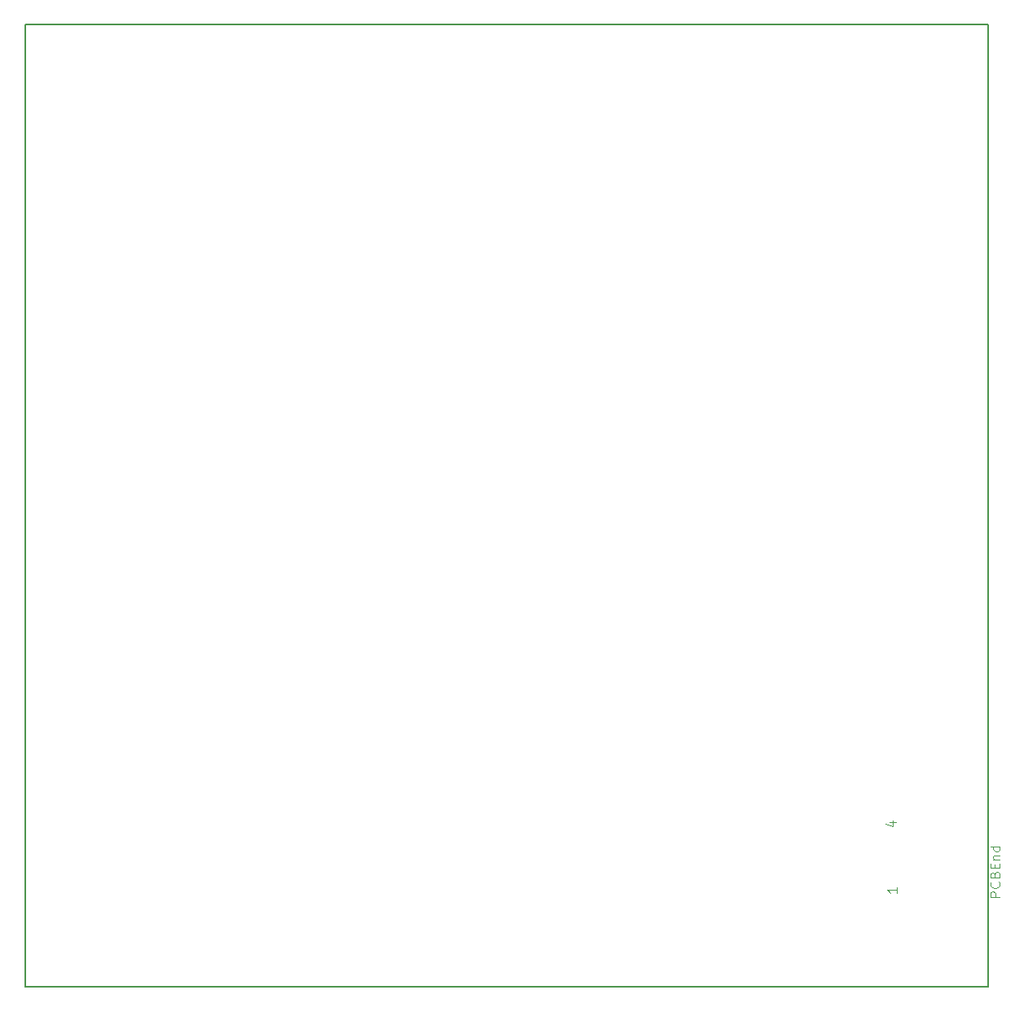
<source format=gbr>
G04 #@! TF.GenerationSoftware,KiCad,Pcbnew,(5.0.0)*
G04 #@! TF.CreationDate,2019-04-16T16:09:12+02:00*
G04 #@! TF.ProjectId,,00000000000000000000000000000000,rev?*
G04 #@! TF.SameCoordinates,Original*
G04 #@! TF.FileFunction,Profile,NP*
%FSLAX46Y46*%
G04 Gerber Fmt 4.6, Leading zero omitted, Abs format (unit mm)*
G04 Created by KiCad (PCBNEW (5.0.0)) date 04/16/19 16:09:12*
%MOMM*%
%LPD*%
G01*
G04 APERTURE LIST*
%ADD10C,0.200000*%
%ADD11C,0.050000*%
G04 APERTURE END LIST*
D10*
X20000000Y-20000000D02*
X20000000Y-120000000D01*
X120000000Y-20000000D02*
X120000000Y-120000000D01*
X20000000Y-120000000D02*
X120000000Y-120000000D01*
X20000000Y-20000000D02*
X120000000Y-20000000D01*
G04 #@! TO.C,J3*
D11*
X121194780Y-110652947D02*
X120194780Y-110652947D01*
X120194780Y-110271995D01*
X120242400Y-110176757D01*
X120290019Y-110129138D01*
X120385257Y-110081519D01*
X120528114Y-110081519D01*
X120623352Y-110129138D01*
X120670971Y-110176757D01*
X120718590Y-110271995D01*
X120718590Y-110652947D01*
X121099542Y-109081519D02*
X121147161Y-109129138D01*
X121194780Y-109271995D01*
X121194780Y-109367233D01*
X121147161Y-109510090D01*
X121051923Y-109605328D01*
X120956685Y-109652947D01*
X120766209Y-109700566D01*
X120623352Y-109700566D01*
X120432876Y-109652947D01*
X120337638Y-109605328D01*
X120242400Y-109510090D01*
X120194780Y-109367233D01*
X120194780Y-109271995D01*
X120242400Y-109129138D01*
X120290019Y-109081519D01*
X120670971Y-108319614D02*
X120718590Y-108176757D01*
X120766209Y-108129138D01*
X120861447Y-108081519D01*
X121004304Y-108081519D01*
X121099542Y-108129138D01*
X121147161Y-108176757D01*
X121194780Y-108271995D01*
X121194780Y-108652947D01*
X120194780Y-108652947D01*
X120194780Y-108319614D01*
X120242400Y-108224376D01*
X120290019Y-108176757D01*
X120385257Y-108129138D01*
X120480495Y-108129138D01*
X120575733Y-108176757D01*
X120623352Y-108224376D01*
X120670971Y-108319614D01*
X120670971Y-108652947D01*
X119957400Y-107891042D02*
X119957400Y-106986280D01*
X120670971Y-107652947D02*
X120670971Y-107319614D01*
X121194780Y-107176757D02*
X121194780Y-107652947D01*
X120194780Y-107652947D01*
X120194780Y-107176757D01*
X119957400Y-106986280D02*
X119957400Y-106081519D01*
X120528114Y-106748185D02*
X121194780Y-106748185D01*
X120623352Y-106748185D02*
X120575733Y-106700566D01*
X120528114Y-106605328D01*
X120528114Y-106462471D01*
X120575733Y-106367233D01*
X120670971Y-106319614D01*
X121194780Y-106319614D01*
X119957400Y-106081519D02*
X119957400Y-105176757D01*
X121194780Y-105414852D02*
X120194780Y-105414852D01*
X121147161Y-105414852D02*
X121194780Y-105510090D01*
X121194780Y-105700566D01*
X121147161Y-105795804D01*
X121099542Y-105843423D01*
X121004304Y-105891042D01*
X120718590Y-105891042D01*
X120623352Y-105843423D01*
X120575733Y-105795804D01*
X120528114Y-105700566D01*
X120528114Y-105510090D01*
X120575733Y-105414852D01*
X110494780Y-109648185D02*
X110494780Y-110219614D01*
X110494780Y-109933900D02*
X109494780Y-109933900D01*
X109637638Y-110029138D01*
X109732876Y-110124376D01*
X109780495Y-110219614D01*
X109728114Y-102843423D02*
X110394780Y-102843423D01*
X109347161Y-103081519D02*
X110061447Y-103319614D01*
X110061447Y-102700566D01*
G04 #@! TD*
M02*

</source>
